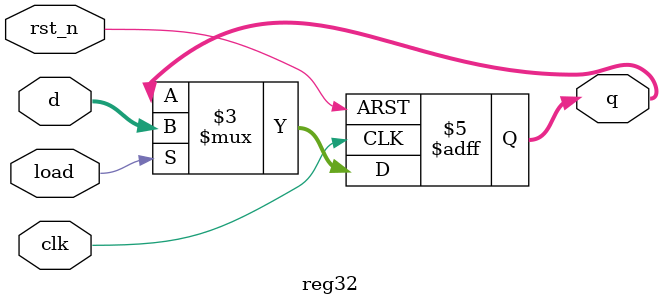
<source format=sv>

module reg32 #(
    // Parameter declarations
    parameter integer DATA_WIDTH = 32
)(
    // Port declarations
    input wire                      clk,
    input wire                      rst_n,
    input wire                      load,
    input wire [DATA_WIDTH - 1: 0]  d,

    output reg [DATA_WIDTH - 1: 0]  q
);

    always @(posedge clk or negedge rst_n) begin
        if (!rst_n) begin
            q <= {DATA_WIDTH{1'b0}};   // reset clears register
        end
        else if (load) begin
            q <= d;                    // load new data
        end
        // else: hold previous value
    end

endmodule
</source>
